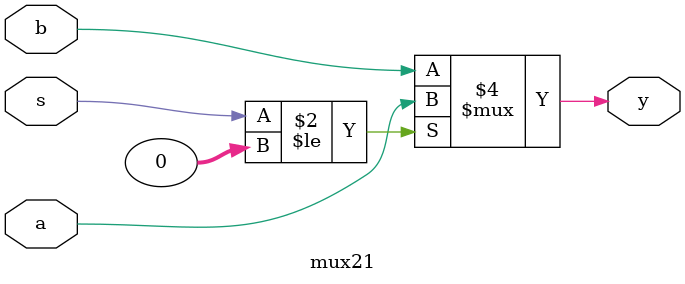
<source format=v>
module mux21(a,b,s,y);
	input a,b,s;
	output y;
	reg y;
	always @(a,b,s)
    
        

	if(s<=0)
	 	y=a;
	else
	 	y=b;
        

	
endmodule
</source>
